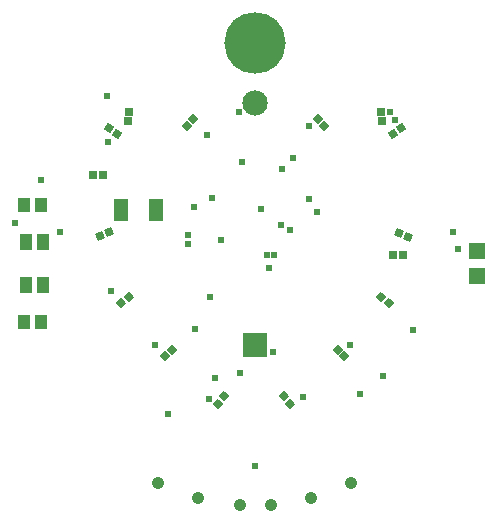
<source format=gbs>
G04*
G04 #@! TF.GenerationSoftware,Altium Limited,Altium Designer,25.0.2 (28)*
G04*
G04 Layer_Color=16711935*
%FSLAX44Y44*%
%MOMM*%
G71*
G04*
G04 #@! TF.SameCoordinates,16F35CEF-FA67-4110-AEDA-BA59390F761F*
G04*
G04*
G04 #@! TF.FilePolarity,Negative*
G04*
G01*
G75*
%ADD30R,0.6532X0.6532*%
%ADD33C,1.0532*%
%ADD34C,5.2032*%
%ADD35C,2.1450*%
%ADD36R,2.1450X2.1450*%
%ADD37C,0.6032*%
%ADD42R,1.0500X1.4000*%
%ADD57R,1.0057X1.3082*%
%ADD58R,1.3032X1.9032*%
%ADD59P,0.9238X4X263.0*%
%ADD60P,0.9238X4X187.0*%
%ADD61P,0.9238X4X293.0*%
%ADD62P,0.9238X4X180.0*%
%ADD63P,0.9238X4X173.0*%
%ADD64P,0.9238X4X160.0*%
%ADD65P,0.9238X4X100.0*%
%ADD66P,0.9238X4X400.0*%
%ADD67P,0.9238X4X270.0*%
%ADD68P,0.9238X4X277.0*%
%ADD69P,0.9238X4X350.0*%
%ADD70P,0.9238X4X50.0*%
%ADD71R,1.4032X1.4032*%
D30*
X1445070Y796290D02*
D03*
X1453070D02*
D03*
X1199070Y863600D02*
D03*
X1191070D02*
D03*
D33*
X1245870Y603000D02*
D03*
X1375410Y590000D02*
D03*
X1315000Y584000D02*
D03*
X1280160Y590000D02*
D03*
X1341840Y584000D02*
D03*
X1409700Y603000D02*
D03*
D34*
X1328420Y975360D02*
D03*
D35*
Y924670D02*
D03*
D36*
Y719770D02*
D03*
D37*
X1289050Y674370D02*
D03*
X1294130Y692150D02*
D03*
X1277366Y733425D02*
D03*
X1254760Y661670D02*
D03*
X1315720Y695960D02*
D03*
X1328420Y617220D02*
D03*
X1408430Y720090D02*
D03*
X1202690Y930910D02*
D03*
X1203960Y891540D02*
D03*
X1146810Y859790D02*
D03*
X1125220Y822960D02*
D03*
X1163320Y815340D02*
D03*
X1290320Y760730D02*
D03*
X1299210Y808980D02*
D03*
X1271270Y805180D02*
D03*
Y812800D02*
D03*
X1350391Y821690D02*
D03*
X1339850Y784860D02*
D03*
X1316990Y875030D02*
D03*
X1314450Y916940D02*
D03*
X1287780Y897890D02*
D03*
X1374140Y905510D02*
D03*
X1442475Y917269D02*
D03*
X1446530Y910590D02*
D03*
X1499870Y801370D02*
D03*
X1496060Y815340D02*
D03*
X1461770Y732790D02*
D03*
X1436370Y693420D02*
D03*
X1417320Y678180D02*
D03*
X1369060Y675640D02*
D03*
X1206500Y765810D02*
D03*
X1243330Y720090D02*
D03*
X1332738Y834865D02*
D03*
X1380236Y832485D02*
D03*
X1342898Y713867D02*
D03*
X1343990Y795864D02*
D03*
X1291590Y844042D02*
D03*
X1373886Y843026D02*
D03*
X1359934Y878278D02*
D03*
X1357376Y817499D02*
D03*
X1337818Y795782D02*
D03*
X1276604Y836676D02*
D03*
X1351026Y868426D02*
D03*
D42*
X1133920Y806670D02*
D03*
Y770670D02*
D03*
X1148420Y806670D02*
D03*
Y770670D02*
D03*
D57*
X1132737Y838000D02*
D03*
X1147263D02*
D03*
Y739000D02*
D03*
X1132737D02*
D03*
D58*
X1243860Y834390D02*
D03*
X1214860D02*
D03*
D59*
X1352537Y676152D02*
D03*
X1357463Y669848D02*
D03*
D60*
X1301463Y676152D02*
D03*
X1296537Y669848D02*
D03*
D61*
X1450291Y814498D02*
D03*
X1457708Y811502D02*
D03*
D62*
X1257828Y715828D02*
D03*
X1252172Y710172D02*
D03*
X1275828Y910828D02*
D03*
X1270172Y905172D02*
D03*
D63*
X1221152Y760463D02*
D03*
X1214848Y755537D02*
D03*
D64*
X1204046Y815209D02*
D03*
X1196795Y811828D02*
D03*
D65*
X1211277Y898706D02*
D03*
X1204724Y903294D02*
D03*
D66*
X1220651Y909015D02*
D03*
X1221349Y916985D02*
D03*
D67*
X1398171Y715828D02*
D03*
X1403828Y710172D02*
D03*
X1386828Y905172D02*
D03*
X1381172Y910828D02*
D03*
D68*
X1434848Y760463D02*
D03*
X1441152Y755537D02*
D03*
D69*
X1444724Y898706D02*
D03*
X1451277Y903294D02*
D03*
D70*
X1435348Y909015D02*
D03*
X1434651Y916985D02*
D03*
D71*
X1516380Y778500D02*
D03*
Y799500D02*
D03*
M02*

</source>
